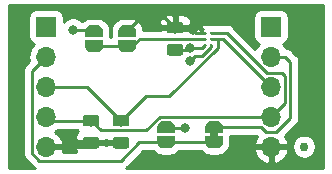
<source format=gbr>
G04 #@! TF.GenerationSoftware,KiCad,Pcbnew,5.0.0*
G04 #@! TF.CreationDate,2018-11-11T14:48:16-05:00*
G04 #@! TF.ProjectId,Pi-Temp_Humidity,50692D54656D705F48756D6964697479,rev?*
G04 #@! TF.SameCoordinates,Original*
G04 #@! TF.FileFunction,Copper,L1,Top,Signal*
G04 #@! TF.FilePolarity,Positive*
%FSLAX46Y46*%
G04 Gerber Fmt 4.6, Leading zero omitted, Abs format (unit mm)*
G04 Created by KiCad (PCBNEW 5.0.0) date Sun Nov 11 14:48:16 2018*
%MOMM*%
%LPD*%
G01*
G04 APERTURE LIST*
G04 #@! TA.AperFunction,BGAPad,CuDef*
%ADD10C,0.750000*%
G04 #@! TD*
G04 #@! TA.AperFunction,SMDPad,CuDef*
%ADD11C,0.500000*%
G04 #@! TD*
G04 #@! TA.AperFunction,Conductor*
%ADD12C,0.100000*%
G04 #@! TD*
G04 #@! TA.AperFunction,BGAPad,CuDef*
%ADD13C,0.265000*%
G04 #@! TD*
G04 #@! TA.AperFunction,ComponentPad*
%ADD14R,1.700000X1.700000*%
G04 #@! TD*
G04 #@! TA.AperFunction,ComponentPad*
%ADD15O,1.700000X1.700000*%
G04 #@! TD*
G04 #@! TA.AperFunction,SMDPad,CuDef*
%ADD16C,0.975000*%
G04 #@! TD*
G04 #@! TA.AperFunction,ViaPad*
%ADD17C,0.800000*%
G04 #@! TD*
G04 #@! TA.AperFunction,Conductor*
%ADD18C,0.250000*%
G04 #@! TD*
G04 #@! TA.AperFunction,Conductor*
%ADD19C,0.254000*%
G04 #@! TD*
G04 APERTURE END LIST*
D10*
G04 #@! TO.P,REF\002A\002A,~*
G04 #@! TO.N,N/C*
X204724000Y-91440000D03*
G04 #@! TD*
D11*
G04 #@! TO.P,JP2,1*
G04 #@! TO.N,GPIO*
X197104000Y-91074000D03*
D12*
G04 #@! TD*
G04 #@! TO.N,GPIO*
G04 #@! TO.C,JP2*
G36*
X196804000Y-90574000D02*
X196804000Y-90174000D01*
X197404000Y-90174000D01*
X197404000Y-90574000D01*
X197854000Y-90574000D01*
X197854000Y-91074000D01*
X197853398Y-91074000D01*
X197853398Y-91098534D01*
X197848588Y-91147365D01*
X197839016Y-91195490D01*
X197824772Y-91242445D01*
X197805995Y-91287778D01*
X197782864Y-91331051D01*
X197755604Y-91371850D01*
X197724476Y-91409779D01*
X197689779Y-91444476D01*
X197651850Y-91475604D01*
X197611051Y-91502864D01*
X197567778Y-91525995D01*
X197522445Y-91544772D01*
X197475490Y-91559016D01*
X197427365Y-91568588D01*
X197378534Y-91573398D01*
X197354000Y-91573398D01*
X197354000Y-91574000D01*
X196854000Y-91574000D01*
X196854000Y-91573398D01*
X196829466Y-91573398D01*
X196780635Y-91568588D01*
X196732510Y-91559016D01*
X196685555Y-91544772D01*
X196640222Y-91525995D01*
X196596949Y-91502864D01*
X196556150Y-91475604D01*
X196518221Y-91444476D01*
X196483524Y-91409779D01*
X196452396Y-91371850D01*
X196425136Y-91331051D01*
X196402005Y-91287778D01*
X196383228Y-91242445D01*
X196368984Y-91195490D01*
X196359412Y-91147365D01*
X196354602Y-91098534D01*
X196354602Y-91074000D01*
X196354000Y-91074000D01*
X196354000Y-90574000D01*
X196804000Y-90574000D01*
X196804000Y-90574000D01*
G37*
D11*
G04 #@! TO.P,JP2,2*
G04 #@! TO.N,GPIO_PASSTHRU*
X197104000Y-89774000D03*
D12*
G04 #@! TD*
G04 #@! TO.N,GPIO_PASSTHRU*
G04 #@! TO.C,JP2*
G36*
X196354602Y-89774000D02*
X196354602Y-89749466D01*
X196359412Y-89700635D01*
X196368984Y-89652510D01*
X196383228Y-89605555D01*
X196402005Y-89560222D01*
X196425136Y-89516949D01*
X196452396Y-89476150D01*
X196483524Y-89438221D01*
X196518221Y-89403524D01*
X196556150Y-89372396D01*
X196596949Y-89345136D01*
X196640222Y-89322005D01*
X196685555Y-89303228D01*
X196732510Y-89288984D01*
X196780635Y-89279412D01*
X196829466Y-89274602D01*
X196854000Y-89274602D01*
X196854000Y-89274000D01*
X197354000Y-89274000D01*
X197354000Y-89274602D01*
X197378534Y-89274602D01*
X197427365Y-89279412D01*
X197475490Y-89288984D01*
X197522445Y-89303228D01*
X197567778Y-89322005D01*
X197611051Y-89345136D01*
X197651850Y-89372396D01*
X197689779Y-89403524D01*
X197724476Y-89438221D01*
X197755604Y-89476150D01*
X197782864Y-89516949D01*
X197805995Y-89560222D01*
X197824772Y-89605555D01*
X197839016Y-89652510D01*
X197848588Y-89700635D01*
X197853398Y-89749466D01*
X197853398Y-89774000D01*
X197854000Y-89774000D01*
X197854000Y-90274000D01*
X196354000Y-90274000D01*
X196354000Y-89774000D01*
X196354602Y-89774000D01*
X196354602Y-89774000D01*
G37*
D11*
G04 #@! TO.P,JP4,1*
G04 #@! TO.N,Net-(JP3-Pad2)*
X186944000Y-82946000D03*
D12*
G04 #@! TD*
G04 #@! TO.N,Net-(JP3-Pad2)*
G04 #@! TO.C,JP4*
G36*
X187694000Y-82446000D02*
X187694000Y-82946000D01*
X187693398Y-82946000D01*
X187693398Y-82970534D01*
X187688588Y-83019365D01*
X187679016Y-83067490D01*
X187664772Y-83114445D01*
X187645995Y-83159778D01*
X187622864Y-83203051D01*
X187595604Y-83243850D01*
X187564476Y-83281779D01*
X187529779Y-83316476D01*
X187491850Y-83347604D01*
X187451051Y-83374864D01*
X187407778Y-83397995D01*
X187362445Y-83416772D01*
X187315490Y-83431016D01*
X187267365Y-83440588D01*
X187218534Y-83445398D01*
X187194000Y-83445398D01*
X187194000Y-83446000D01*
X186694000Y-83446000D01*
X186694000Y-83445398D01*
X186669466Y-83445398D01*
X186620635Y-83440588D01*
X186572510Y-83431016D01*
X186525555Y-83416772D01*
X186480222Y-83397995D01*
X186436949Y-83374864D01*
X186396150Y-83347604D01*
X186358221Y-83316476D01*
X186323524Y-83281779D01*
X186292396Y-83243850D01*
X186265136Y-83203051D01*
X186242005Y-83159778D01*
X186223228Y-83114445D01*
X186208984Y-83067490D01*
X186199412Y-83019365D01*
X186194602Y-82970534D01*
X186194602Y-82946000D01*
X186194000Y-82946000D01*
X186194000Y-82446000D01*
X187694000Y-82446000D01*
X187694000Y-82446000D01*
G37*
D11*
G04 #@! TO.P,JP4,2*
G04 #@! TO.N,Earth*
X186944000Y-81646000D03*
D12*
G04 #@! TD*
G04 #@! TO.N,Earth*
G04 #@! TO.C,JP4*
G36*
X186194602Y-81646000D02*
X186194602Y-81621466D01*
X186199412Y-81572635D01*
X186208984Y-81524510D01*
X186223228Y-81477555D01*
X186242005Y-81432222D01*
X186265136Y-81388949D01*
X186292396Y-81348150D01*
X186323524Y-81310221D01*
X186358221Y-81275524D01*
X186396150Y-81244396D01*
X186436949Y-81217136D01*
X186480222Y-81194005D01*
X186525555Y-81175228D01*
X186572510Y-81160984D01*
X186620635Y-81151412D01*
X186669466Y-81146602D01*
X186694000Y-81146602D01*
X186694000Y-81146000D01*
X187194000Y-81146000D01*
X187194000Y-81146602D01*
X187218534Y-81146602D01*
X187267365Y-81151412D01*
X187315490Y-81160984D01*
X187362445Y-81175228D01*
X187407778Y-81194005D01*
X187451051Y-81217136D01*
X187491850Y-81244396D01*
X187529779Y-81275524D01*
X187564476Y-81310221D01*
X187595604Y-81348150D01*
X187622864Y-81388949D01*
X187645995Y-81432222D01*
X187664772Y-81477555D01*
X187679016Y-81524510D01*
X187688588Y-81572635D01*
X187693398Y-81621466D01*
X187693398Y-81646000D01*
X187694000Y-81646000D01*
X187694000Y-82146000D01*
X186194000Y-82146000D01*
X186194000Y-81646000D01*
X186194602Y-81646000D01*
X186194602Y-81646000D01*
G37*
D11*
G04 #@! TO.P,JP3,2*
G04 #@! TO.N,Net-(JP3-Pad2)*
X189738000Y-82946000D03*
D12*
G04 #@! TD*
G04 #@! TO.N,Net-(JP3-Pad2)*
G04 #@! TO.C,JP3*
G36*
X190487398Y-82946000D02*
X190487398Y-82970534D01*
X190482588Y-83019365D01*
X190473016Y-83067490D01*
X190458772Y-83114445D01*
X190439995Y-83159778D01*
X190416864Y-83203051D01*
X190389604Y-83243850D01*
X190358476Y-83281779D01*
X190323779Y-83316476D01*
X190285850Y-83347604D01*
X190245051Y-83374864D01*
X190201778Y-83397995D01*
X190156445Y-83416772D01*
X190109490Y-83431016D01*
X190061365Y-83440588D01*
X190012534Y-83445398D01*
X189988000Y-83445398D01*
X189988000Y-83446000D01*
X189488000Y-83446000D01*
X189488000Y-83445398D01*
X189463466Y-83445398D01*
X189414635Y-83440588D01*
X189366510Y-83431016D01*
X189319555Y-83416772D01*
X189274222Y-83397995D01*
X189230949Y-83374864D01*
X189190150Y-83347604D01*
X189152221Y-83316476D01*
X189117524Y-83281779D01*
X189086396Y-83243850D01*
X189059136Y-83203051D01*
X189036005Y-83159778D01*
X189017228Y-83114445D01*
X189002984Y-83067490D01*
X188993412Y-83019365D01*
X188988602Y-82970534D01*
X188988602Y-82946000D01*
X188988000Y-82946000D01*
X188988000Y-82446000D01*
X190488000Y-82446000D01*
X190488000Y-82946000D01*
X190487398Y-82946000D01*
X190487398Y-82946000D01*
G37*
D11*
G04 #@! TO.P,JP3,1*
G04 #@! TO.N,VDD*
X189738000Y-81646000D03*
D12*
G04 #@! TD*
G04 #@! TO.N,VDD*
G04 #@! TO.C,JP3*
G36*
X188988000Y-82146000D02*
X188988000Y-81646000D01*
X188988602Y-81646000D01*
X188988602Y-81621466D01*
X188993412Y-81572635D01*
X189002984Y-81524510D01*
X189017228Y-81477555D01*
X189036005Y-81432222D01*
X189059136Y-81388949D01*
X189086396Y-81348150D01*
X189117524Y-81310221D01*
X189152221Y-81275524D01*
X189190150Y-81244396D01*
X189230949Y-81217136D01*
X189274222Y-81194005D01*
X189319555Y-81175228D01*
X189366510Y-81160984D01*
X189414635Y-81151412D01*
X189463466Y-81146602D01*
X189488000Y-81146602D01*
X189488000Y-81146000D01*
X189988000Y-81146000D01*
X189988000Y-81146602D01*
X190012534Y-81146602D01*
X190061365Y-81151412D01*
X190109490Y-81160984D01*
X190156445Y-81175228D01*
X190201778Y-81194005D01*
X190245051Y-81217136D01*
X190285850Y-81244396D01*
X190323779Y-81275524D01*
X190358476Y-81310221D01*
X190389604Y-81348150D01*
X190416864Y-81388949D01*
X190439995Y-81432222D01*
X190458772Y-81477555D01*
X190473016Y-81524510D01*
X190482588Y-81572635D01*
X190487398Y-81621466D01*
X190487398Y-81646000D01*
X190488000Y-81646000D01*
X190488000Y-82146000D01*
X188988000Y-82146000D01*
X188988000Y-82146000D01*
G37*
D11*
G04 #@! TO.P,JP1,1*
G04 #@! TO.N,GPIO*
X193040000Y-91074000D03*
D12*
G04 #@! TD*
G04 #@! TO.N,GPIO*
G04 #@! TO.C,JP1*
G36*
X193790000Y-90574000D02*
X193790000Y-91074000D01*
X193789398Y-91074000D01*
X193789398Y-91098534D01*
X193784588Y-91147365D01*
X193775016Y-91195490D01*
X193760772Y-91242445D01*
X193741995Y-91287778D01*
X193718864Y-91331051D01*
X193691604Y-91371850D01*
X193660476Y-91409779D01*
X193625779Y-91444476D01*
X193587850Y-91475604D01*
X193547051Y-91502864D01*
X193503778Y-91525995D01*
X193458445Y-91544772D01*
X193411490Y-91559016D01*
X193363365Y-91568588D01*
X193314534Y-91573398D01*
X193290000Y-91573398D01*
X193290000Y-91574000D01*
X192790000Y-91574000D01*
X192790000Y-91573398D01*
X192765466Y-91573398D01*
X192716635Y-91568588D01*
X192668510Y-91559016D01*
X192621555Y-91544772D01*
X192576222Y-91525995D01*
X192532949Y-91502864D01*
X192492150Y-91475604D01*
X192454221Y-91444476D01*
X192419524Y-91409779D01*
X192388396Y-91371850D01*
X192361136Y-91331051D01*
X192338005Y-91287778D01*
X192319228Y-91242445D01*
X192304984Y-91195490D01*
X192295412Y-91147365D01*
X192290602Y-91098534D01*
X192290602Y-91074000D01*
X192290000Y-91074000D01*
X192290000Y-90574000D01*
X193790000Y-90574000D01*
X193790000Y-90574000D01*
G37*
D11*
G04 #@! TO.P,JP1,2*
G04 #@! TO.N,Net-(JP1-Pad2)*
X193040000Y-89774000D03*
D12*
G04 #@! TD*
G04 #@! TO.N,Net-(JP1-Pad2)*
G04 #@! TO.C,JP1*
G36*
X192290602Y-89774000D02*
X192290602Y-89749466D01*
X192295412Y-89700635D01*
X192304984Y-89652510D01*
X192319228Y-89605555D01*
X192338005Y-89560222D01*
X192361136Y-89516949D01*
X192388396Y-89476150D01*
X192419524Y-89438221D01*
X192454221Y-89403524D01*
X192492150Y-89372396D01*
X192532949Y-89345136D01*
X192576222Y-89322005D01*
X192621555Y-89303228D01*
X192668510Y-89288984D01*
X192716635Y-89279412D01*
X192765466Y-89274602D01*
X192790000Y-89274602D01*
X192790000Y-89274000D01*
X193290000Y-89274000D01*
X193290000Y-89274602D01*
X193314534Y-89274602D01*
X193363365Y-89279412D01*
X193411490Y-89288984D01*
X193458445Y-89303228D01*
X193503778Y-89322005D01*
X193547051Y-89345136D01*
X193587850Y-89372396D01*
X193625779Y-89403524D01*
X193660476Y-89438221D01*
X193691604Y-89476150D01*
X193718864Y-89516949D01*
X193741995Y-89560222D01*
X193760772Y-89605555D01*
X193775016Y-89652510D01*
X193784588Y-89700635D01*
X193789398Y-89749466D01*
X193789398Y-89774000D01*
X193790000Y-89774000D01*
X193790000Y-90274000D01*
X192290000Y-90274000D01*
X192290000Y-89774000D01*
X192290602Y-89774000D01*
X192290602Y-89774000D01*
G37*
D13*
G04 #@! TO.P,U1,C1*
G04 #@! TO.N,Earth*
X196342000Y-82796000D03*
G04 #@! TO.P,U1,C2*
G04 #@! TO.N,Net-(JP1-Pad2)*
X196842000Y-82796000D03*
G04 #@! TO.P,U1,A2*
G04 #@! TO.N,SDA*
X196842000Y-81796000D03*
G04 #@! TO.P,U1,A1*
G04 #@! TO.N,VDD*
X196342000Y-81796000D03*
G04 #@! TO.P,U1,B1*
G04 #@! TO.N,Net-(JP3-Pad2)*
X196342000Y-82296000D03*
G04 #@! TO.P,U1,B2*
G04 #@! TO.N,SCL*
X196842000Y-82296000D03*
G04 #@! TD*
D14*
G04 #@! TO.P,J4,1*
G04 #@! TO.N,Earth*
X201930000Y-81280000D03*
D15*
G04 #@! TO.P,J4,2*
G04 #@! TO.N,GPIO_PASSTHRU*
X201930000Y-83820000D03*
G04 #@! TO.P,J4,3*
G04 #@! TO.N,SCL*
X201930000Y-86360000D03*
G04 #@! TO.P,J4,4*
G04 #@! TO.N,SDA*
X201930000Y-88900000D03*
G04 #@! TO.P,J4,5*
G04 #@! TO.N,VDD*
X201930000Y-91440000D03*
G04 #@! TD*
D14*
G04 #@! TO.P,J1,1*
G04 #@! TO.N,Earth*
X182880000Y-81280000D03*
D15*
G04 #@! TO.P,J1,2*
G04 #@! TO.N,GPIO*
X182880000Y-83820000D03*
G04 #@! TO.P,J1,3*
G04 #@! TO.N,SCL*
X182880000Y-86360000D03*
G04 #@! TO.P,J1,4*
G04 #@! TO.N,SDA*
X182880000Y-88900000D03*
G04 #@! TO.P,J1,5*
G04 #@! TO.N,VDD*
X182880000Y-91440000D03*
G04 #@! TD*
D12*
G04 #@! TO.N,VDD*
G04 #@! TO.C,C1*
G36*
X194282142Y-80872174D02*
X194305803Y-80875684D01*
X194329007Y-80881496D01*
X194351529Y-80889554D01*
X194373153Y-80899782D01*
X194393670Y-80912079D01*
X194412883Y-80926329D01*
X194430607Y-80942393D01*
X194446671Y-80960117D01*
X194460921Y-80979330D01*
X194473218Y-80999847D01*
X194483446Y-81021471D01*
X194491504Y-81043993D01*
X194497316Y-81067197D01*
X194500826Y-81090858D01*
X194502000Y-81114750D01*
X194502000Y-81602250D01*
X194500826Y-81626142D01*
X194497316Y-81649803D01*
X194491504Y-81673007D01*
X194483446Y-81695529D01*
X194473218Y-81717153D01*
X194460921Y-81737670D01*
X194446671Y-81756883D01*
X194430607Y-81774607D01*
X194412883Y-81790671D01*
X194393670Y-81804921D01*
X194373153Y-81817218D01*
X194351529Y-81827446D01*
X194329007Y-81835504D01*
X194305803Y-81841316D01*
X194282142Y-81844826D01*
X194258250Y-81846000D01*
X193345750Y-81846000D01*
X193321858Y-81844826D01*
X193298197Y-81841316D01*
X193274993Y-81835504D01*
X193252471Y-81827446D01*
X193230847Y-81817218D01*
X193210330Y-81804921D01*
X193191117Y-81790671D01*
X193173393Y-81774607D01*
X193157329Y-81756883D01*
X193143079Y-81737670D01*
X193130782Y-81717153D01*
X193120554Y-81695529D01*
X193112496Y-81673007D01*
X193106684Y-81649803D01*
X193103174Y-81626142D01*
X193102000Y-81602250D01*
X193102000Y-81114750D01*
X193103174Y-81090858D01*
X193106684Y-81067197D01*
X193112496Y-81043993D01*
X193120554Y-81021471D01*
X193130782Y-80999847D01*
X193143079Y-80979330D01*
X193157329Y-80960117D01*
X193173393Y-80942393D01*
X193191117Y-80926329D01*
X193210330Y-80912079D01*
X193230847Y-80899782D01*
X193252471Y-80889554D01*
X193274993Y-80881496D01*
X193298197Y-80875684D01*
X193321858Y-80872174D01*
X193345750Y-80871000D01*
X194258250Y-80871000D01*
X194282142Y-80872174D01*
X194282142Y-80872174D01*
G37*
D16*
G04 #@! TD*
G04 #@! TO.P,C1,1*
G04 #@! TO.N,VDD*
X193802000Y-81358500D03*
D12*
G04 #@! TO.N,Earth*
G04 #@! TO.C,C1*
G36*
X194282142Y-82747174D02*
X194305803Y-82750684D01*
X194329007Y-82756496D01*
X194351529Y-82764554D01*
X194373153Y-82774782D01*
X194393670Y-82787079D01*
X194412883Y-82801329D01*
X194430607Y-82817393D01*
X194446671Y-82835117D01*
X194460921Y-82854330D01*
X194473218Y-82874847D01*
X194483446Y-82896471D01*
X194491504Y-82918993D01*
X194497316Y-82942197D01*
X194500826Y-82965858D01*
X194502000Y-82989750D01*
X194502000Y-83477250D01*
X194500826Y-83501142D01*
X194497316Y-83524803D01*
X194491504Y-83548007D01*
X194483446Y-83570529D01*
X194473218Y-83592153D01*
X194460921Y-83612670D01*
X194446671Y-83631883D01*
X194430607Y-83649607D01*
X194412883Y-83665671D01*
X194393670Y-83679921D01*
X194373153Y-83692218D01*
X194351529Y-83702446D01*
X194329007Y-83710504D01*
X194305803Y-83716316D01*
X194282142Y-83719826D01*
X194258250Y-83721000D01*
X193345750Y-83721000D01*
X193321858Y-83719826D01*
X193298197Y-83716316D01*
X193274993Y-83710504D01*
X193252471Y-83702446D01*
X193230847Y-83692218D01*
X193210330Y-83679921D01*
X193191117Y-83665671D01*
X193173393Y-83649607D01*
X193157329Y-83631883D01*
X193143079Y-83612670D01*
X193130782Y-83592153D01*
X193120554Y-83570529D01*
X193112496Y-83548007D01*
X193106684Y-83524803D01*
X193103174Y-83501142D01*
X193102000Y-83477250D01*
X193102000Y-82989750D01*
X193103174Y-82965858D01*
X193106684Y-82942197D01*
X193112496Y-82918993D01*
X193120554Y-82896471D01*
X193130782Y-82874847D01*
X193143079Y-82854330D01*
X193157329Y-82835117D01*
X193173393Y-82817393D01*
X193191117Y-82801329D01*
X193210330Y-82787079D01*
X193230847Y-82774782D01*
X193252471Y-82764554D01*
X193274993Y-82756496D01*
X193298197Y-82750684D01*
X193321858Y-82747174D01*
X193345750Y-82746000D01*
X194258250Y-82746000D01*
X194282142Y-82747174D01*
X194282142Y-82747174D01*
G37*
D16*
G04 #@! TD*
G04 #@! TO.P,C1,2*
G04 #@! TO.N,Earth*
X193802000Y-83233500D03*
D12*
G04 #@! TO.N,SCL*
G04 #@! TO.C,R2*
G36*
X189710142Y-88746174D02*
X189733803Y-88749684D01*
X189757007Y-88755496D01*
X189779529Y-88763554D01*
X189801153Y-88773782D01*
X189821670Y-88786079D01*
X189840883Y-88800329D01*
X189858607Y-88816393D01*
X189874671Y-88834117D01*
X189888921Y-88853330D01*
X189901218Y-88873847D01*
X189911446Y-88895471D01*
X189919504Y-88917993D01*
X189925316Y-88941197D01*
X189928826Y-88964858D01*
X189930000Y-88988750D01*
X189930000Y-89476250D01*
X189928826Y-89500142D01*
X189925316Y-89523803D01*
X189919504Y-89547007D01*
X189911446Y-89569529D01*
X189901218Y-89591153D01*
X189888921Y-89611670D01*
X189874671Y-89630883D01*
X189858607Y-89648607D01*
X189840883Y-89664671D01*
X189821670Y-89678921D01*
X189801153Y-89691218D01*
X189779529Y-89701446D01*
X189757007Y-89709504D01*
X189733803Y-89715316D01*
X189710142Y-89718826D01*
X189686250Y-89720000D01*
X188773750Y-89720000D01*
X188749858Y-89718826D01*
X188726197Y-89715316D01*
X188702993Y-89709504D01*
X188680471Y-89701446D01*
X188658847Y-89691218D01*
X188638330Y-89678921D01*
X188619117Y-89664671D01*
X188601393Y-89648607D01*
X188585329Y-89630883D01*
X188571079Y-89611670D01*
X188558782Y-89591153D01*
X188548554Y-89569529D01*
X188540496Y-89547007D01*
X188534684Y-89523803D01*
X188531174Y-89500142D01*
X188530000Y-89476250D01*
X188530000Y-88988750D01*
X188531174Y-88964858D01*
X188534684Y-88941197D01*
X188540496Y-88917993D01*
X188548554Y-88895471D01*
X188558782Y-88873847D01*
X188571079Y-88853330D01*
X188585329Y-88834117D01*
X188601393Y-88816393D01*
X188619117Y-88800329D01*
X188638330Y-88786079D01*
X188658847Y-88773782D01*
X188680471Y-88763554D01*
X188702993Y-88755496D01*
X188726197Y-88749684D01*
X188749858Y-88746174D01*
X188773750Y-88745000D01*
X189686250Y-88745000D01*
X189710142Y-88746174D01*
X189710142Y-88746174D01*
G37*
D16*
G04 #@! TD*
G04 #@! TO.P,R2,2*
G04 #@! TO.N,SCL*
X189230000Y-89232500D03*
D12*
G04 #@! TO.N,VDD*
G04 #@! TO.C,R2*
G36*
X189710142Y-90621174D02*
X189733803Y-90624684D01*
X189757007Y-90630496D01*
X189779529Y-90638554D01*
X189801153Y-90648782D01*
X189821670Y-90661079D01*
X189840883Y-90675329D01*
X189858607Y-90691393D01*
X189874671Y-90709117D01*
X189888921Y-90728330D01*
X189901218Y-90748847D01*
X189911446Y-90770471D01*
X189919504Y-90792993D01*
X189925316Y-90816197D01*
X189928826Y-90839858D01*
X189930000Y-90863750D01*
X189930000Y-91351250D01*
X189928826Y-91375142D01*
X189925316Y-91398803D01*
X189919504Y-91422007D01*
X189911446Y-91444529D01*
X189901218Y-91466153D01*
X189888921Y-91486670D01*
X189874671Y-91505883D01*
X189858607Y-91523607D01*
X189840883Y-91539671D01*
X189821670Y-91553921D01*
X189801153Y-91566218D01*
X189779529Y-91576446D01*
X189757007Y-91584504D01*
X189733803Y-91590316D01*
X189710142Y-91593826D01*
X189686250Y-91595000D01*
X188773750Y-91595000D01*
X188749858Y-91593826D01*
X188726197Y-91590316D01*
X188702993Y-91584504D01*
X188680471Y-91576446D01*
X188658847Y-91566218D01*
X188638330Y-91553921D01*
X188619117Y-91539671D01*
X188601393Y-91523607D01*
X188585329Y-91505883D01*
X188571079Y-91486670D01*
X188558782Y-91466153D01*
X188548554Y-91444529D01*
X188540496Y-91422007D01*
X188534684Y-91398803D01*
X188531174Y-91375142D01*
X188530000Y-91351250D01*
X188530000Y-90863750D01*
X188531174Y-90839858D01*
X188534684Y-90816197D01*
X188540496Y-90792993D01*
X188548554Y-90770471D01*
X188558782Y-90748847D01*
X188571079Y-90728330D01*
X188585329Y-90709117D01*
X188601393Y-90691393D01*
X188619117Y-90675329D01*
X188638330Y-90661079D01*
X188658847Y-90648782D01*
X188680471Y-90638554D01*
X188702993Y-90630496D01*
X188726197Y-90624684D01*
X188749858Y-90621174D01*
X188773750Y-90620000D01*
X189686250Y-90620000D01*
X189710142Y-90621174D01*
X189710142Y-90621174D01*
G37*
D16*
G04 #@! TD*
G04 #@! TO.P,R2,1*
G04 #@! TO.N,VDD*
X189230000Y-91107500D03*
D12*
G04 #@! TO.N,VDD*
G04 #@! TO.C,R1*
G36*
X187170142Y-90621174D02*
X187193803Y-90624684D01*
X187217007Y-90630496D01*
X187239529Y-90638554D01*
X187261153Y-90648782D01*
X187281670Y-90661079D01*
X187300883Y-90675329D01*
X187318607Y-90691393D01*
X187334671Y-90709117D01*
X187348921Y-90728330D01*
X187361218Y-90748847D01*
X187371446Y-90770471D01*
X187379504Y-90792993D01*
X187385316Y-90816197D01*
X187388826Y-90839858D01*
X187390000Y-90863750D01*
X187390000Y-91351250D01*
X187388826Y-91375142D01*
X187385316Y-91398803D01*
X187379504Y-91422007D01*
X187371446Y-91444529D01*
X187361218Y-91466153D01*
X187348921Y-91486670D01*
X187334671Y-91505883D01*
X187318607Y-91523607D01*
X187300883Y-91539671D01*
X187281670Y-91553921D01*
X187261153Y-91566218D01*
X187239529Y-91576446D01*
X187217007Y-91584504D01*
X187193803Y-91590316D01*
X187170142Y-91593826D01*
X187146250Y-91595000D01*
X186233750Y-91595000D01*
X186209858Y-91593826D01*
X186186197Y-91590316D01*
X186162993Y-91584504D01*
X186140471Y-91576446D01*
X186118847Y-91566218D01*
X186098330Y-91553921D01*
X186079117Y-91539671D01*
X186061393Y-91523607D01*
X186045329Y-91505883D01*
X186031079Y-91486670D01*
X186018782Y-91466153D01*
X186008554Y-91444529D01*
X186000496Y-91422007D01*
X185994684Y-91398803D01*
X185991174Y-91375142D01*
X185990000Y-91351250D01*
X185990000Y-90863750D01*
X185991174Y-90839858D01*
X185994684Y-90816197D01*
X186000496Y-90792993D01*
X186008554Y-90770471D01*
X186018782Y-90748847D01*
X186031079Y-90728330D01*
X186045329Y-90709117D01*
X186061393Y-90691393D01*
X186079117Y-90675329D01*
X186098330Y-90661079D01*
X186118847Y-90648782D01*
X186140471Y-90638554D01*
X186162993Y-90630496D01*
X186186197Y-90624684D01*
X186209858Y-90621174D01*
X186233750Y-90620000D01*
X187146250Y-90620000D01*
X187170142Y-90621174D01*
X187170142Y-90621174D01*
G37*
D16*
G04 #@! TD*
G04 #@! TO.P,R1,1*
G04 #@! TO.N,VDD*
X186690000Y-91107500D03*
D12*
G04 #@! TO.N,SDA*
G04 #@! TO.C,R1*
G36*
X187170142Y-88746174D02*
X187193803Y-88749684D01*
X187217007Y-88755496D01*
X187239529Y-88763554D01*
X187261153Y-88773782D01*
X187281670Y-88786079D01*
X187300883Y-88800329D01*
X187318607Y-88816393D01*
X187334671Y-88834117D01*
X187348921Y-88853330D01*
X187361218Y-88873847D01*
X187371446Y-88895471D01*
X187379504Y-88917993D01*
X187385316Y-88941197D01*
X187388826Y-88964858D01*
X187390000Y-88988750D01*
X187390000Y-89476250D01*
X187388826Y-89500142D01*
X187385316Y-89523803D01*
X187379504Y-89547007D01*
X187371446Y-89569529D01*
X187361218Y-89591153D01*
X187348921Y-89611670D01*
X187334671Y-89630883D01*
X187318607Y-89648607D01*
X187300883Y-89664671D01*
X187281670Y-89678921D01*
X187261153Y-89691218D01*
X187239529Y-89701446D01*
X187217007Y-89709504D01*
X187193803Y-89715316D01*
X187170142Y-89718826D01*
X187146250Y-89720000D01*
X186233750Y-89720000D01*
X186209858Y-89718826D01*
X186186197Y-89715316D01*
X186162993Y-89709504D01*
X186140471Y-89701446D01*
X186118847Y-89691218D01*
X186098330Y-89678921D01*
X186079117Y-89664671D01*
X186061393Y-89648607D01*
X186045329Y-89630883D01*
X186031079Y-89611670D01*
X186018782Y-89591153D01*
X186008554Y-89569529D01*
X186000496Y-89547007D01*
X185994684Y-89523803D01*
X185991174Y-89500142D01*
X185990000Y-89476250D01*
X185990000Y-88988750D01*
X185991174Y-88964858D01*
X185994684Y-88941197D01*
X186000496Y-88917993D01*
X186008554Y-88895471D01*
X186018782Y-88873847D01*
X186031079Y-88853330D01*
X186045329Y-88834117D01*
X186061393Y-88816393D01*
X186079117Y-88800329D01*
X186098330Y-88786079D01*
X186118847Y-88773782D01*
X186140471Y-88763554D01*
X186162993Y-88755496D01*
X186186197Y-88749684D01*
X186209858Y-88746174D01*
X186233750Y-88745000D01*
X187146250Y-88745000D01*
X187170142Y-88746174D01*
X187170142Y-88746174D01*
G37*
D16*
G04 #@! TD*
G04 #@! TO.P,R1,2*
G04 #@! TO.N,SDA*
X186690000Y-89232500D03*
D17*
G04 #@! TO.N,VDD*
X191770000Y-80518000D03*
X195326000Y-81534000D03*
X180340000Y-91440000D03*
X180340000Y-90170000D03*
G04 #@! TO.N,Earth*
X195072000Y-83058000D03*
X185166000Y-81534000D03*
G04 #@! TO.N,Net-(JP1-Pad2)*
X194652900Y-89852500D03*
X195072000Y-84150200D03*
G04 #@! TD*
D18*
G04 #@! TO.N,VDD*
X195588000Y-81796000D02*
X195326000Y-81534000D01*
X196342000Y-81796000D02*
X195588000Y-81796000D01*
X193977500Y-81534000D02*
X193802000Y-81358500D01*
X195326000Y-81534000D02*
X193977500Y-81534000D01*
X189880000Y-81788000D02*
X189738000Y-81646000D01*
X189230000Y-91107500D02*
X186690000Y-91107500D01*
X186357500Y-91440000D02*
X186690000Y-91107500D01*
X182880000Y-91440000D02*
X186357500Y-91440000D01*
X190866000Y-80518000D02*
X189738000Y-81646000D01*
X191770000Y-80518000D02*
X190866000Y-80518000D01*
X192961500Y-80518000D02*
X193802000Y-81358500D01*
X191770000Y-80518000D02*
X192961500Y-80518000D01*
G04 #@! TO.N,SDA*
X201555997Y-85184999D02*
X202850499Y-85184999D01*
X196842000Y-81796000D02*
X198166998Y-81796000D01*
X198166998Y-81796000D02*
X201555997Y-85184999D01*
X202779999Y-88050001D02*
X201930000Y-88900000D01*
X203105001Y-87724999D02*
X202779999Y-88050001D01*
X203105001Y-85439501D02*
X203105001Y-87724999D01*
X202850499Y-85184999D02*
X203105001Y-85439501D01*
X183212500Y-89232500D02*
X182880000Y-88900000D01*
X186690000Y-89232500D02*
X183212500Y-89232500D01*
X200727919Y-88900000D02*
X201930000Y-88900000D01*
X192500662Y-88900000D02*
X200727919Y-88900000D01*
X191355652Y-90045010D02*
X192500662Y-88900000D01*
X187502510Y-90045010D02*
X191355652Y-90045010D01*
X186690000Y-89232500D02*
X187502510Y-90045010D01*
G04 #@! TO.N,SCL*
X201930000Y-86360000D02*
X201561700Y-86360000D01*
X201930000Y-86360000D02*
X197866000Y-82296000D01*
X197866000Y-82296000D02*
X197408800Y-82296000D01*
X197408800Y-82296000D02*
X196842000Y-82296000D01*
X186357500Y-86360000D02*
X182880000Y-86360000D01*
X189230000Y-89232500D02*
X186357500Y-86360000D01*
X191302400Y-87160100D02*
X189230000Y-89232500D01*
X193301693Y-87160100D02*
X191302400Y-87160100D01*
X197408800Y-83052993D02*
X193301693Y-87160100D01*
X197408800Y-82296000D02*
X197408800Y-83052993D01*
G04 #@! TO.N,Earth*
X186832000Y-81534000D02*
X186944000Y-81646000D01*
X185166000Y-81534000D02*
X186832000Y-81534000D01*
X194896500Y-83233500D02*
X195072000Y-83058000D01*
X193802000Y-83233500D02*
X194896500Y-83233500D01*
X196080000Y-83058000D02*
X196342000Y-82796000D01*
X195072000Y-83058000D02*
X196080000Y-83058000D01*
G04 #@! TO.N,Net-(JP1-Pad2)*
X193118500Y-89852500D02*
X193040000Y-89774000D01*
X194652900Y-89852500D02*
X193118500Y-89852500D01*
X196842000Y-82983383D02*
X196842000Y-82796000D01*
X196075182Y-83750201D02*
X196842000Y-82983383D01*
X195471999Y-83750201D02*
X196075182Y-83750201D01*
X195072000Y-84150200D02*
X195471999Y-83750201D01*
G04 #@! TO.N,Net-(JP3-Pad2)*
X190147636Y-82946000D02*
X189738000Y-82946000D01*
X190797636Y-82296000D02*
X190147636Y-82946000D01*
X196342000Y-82296000D02*
X190797636Y-82296000D01*
X186944000Y-82946000D02*
X189738000Y-82946000D01*
G04 #@! TO.N,GPIO*
X196256408Y-91074000D02*
X193040000Y-91074000D01*
X197104000Y-91074000D02*
X196256408Y-91074000D01*
X182030001Y-84669999D02*
X182880000Y-83820000D01*
X181704999Y-84995001D02*
X182030001Y-84669999D01*
X181704999Y-92004001D02*
X181704999Y-84995001D01*
X182315999Y-92615001D02*
X181704999Y-92004001D01*
X190767850Y-91074000D02*
X189226849Y-92615001D01*
X189226849Y-92615001D02*
X182315999Y-92615001D01*
X193040000Y-91074000D02*
X190767850Y-91074000D01*
G04 #@! TO.N,GPIO_PASSTHRU*
X201064998Y-89774000D02*
X201486398Y-90195400D01*
X197104000Y-89774000D02*
X201064998Y-89774000D01*
X203555011Y-89013991D02*
X203555011Y-84242930D01*
X203132081Y-83820000D02*
X201930000Y-83820000D01*
X203555011Y-84242930D02*
X203132081Y-83820000D01*
X202373602Y-90195400D02*
X203555011Y-89013991D01*
X201486398Y-90195400D02*
X202373602Y-90195400D01*
G04 #@! TD*
D19*
G04 #@! TO.N,VDD*
G36*
X206300001Y-93270000D02*
X189613661Y-93270000D01*
X189651125Y-93249975D01*
X189766850Y-93155002D01*
X189790653Y-93125998D01*
X191082652Y-91834000D01*
X191945431Y-91834000D01*
X191952310Y-91842382D01*
X192021618Y-91911690D01*
X192118309Y-91991042D01*
X192199808Y-92045498D01*
X192310125Y-92104464D01*
X192400681Y-92141973D01*
X192520377Y-92178282D01*
X192616510Y-92197404D01*
X192740991Y-92209664D01*
X192765550Y-92209664D01*
X192790000Y-92212072D01*
X193290000Y-92212072D01*
X193314450Y-92209664D01*
X193339009Y-92209664D01*
X193463490Y-92197404D01*
X193559623Y-92178282D01*
X193679319Y-92141973D01*
X193769875Y-92104464D01*
X193880192Y-92045498D01*
X193961691Y-91991042D01*
X194058382Y-91911690D01*
X194127690Y-91842382D01*
X194134569Y-91834000D01*
X196009431Y-91834000D01*
X196016310Y-91842382D01*
X196085618Y-91911690D01*
X196182309Y-91991042D01*
X196263808Y-92045498D01*
X196374125Y-92104464D01*
X196464681Y-92141973D01*
X196584377Y-92178282D01*
X196680510Y-92197404D01*
X196804991Y-92209664D01*
X196829550Y-92209664D01*
X196854000Y-92212072D01*
X197354000Y-92212072D01*
X197378450Y-92209664D01*
X197403009Y-92209664D01*
X197527490Y-92197404D01*
X197623623Y-92178282D01*
X197743319Y-92141973D01*
X197833875Y-92104464D01*
X197944192Y-92045498D01*
X198025691Y-91991042D01*
X198122382Y-91911690D01*
X198191690Y-91842382D01*
X198229024Y-91796890D01*
X200488524Y-91796890D01*
X200533175Y-91944099D01*
X200658359Y-92206920D01*
X200832412Y-92440269D01*
X201048645Y-92635178D01*
X201298748Y-92784157D01*
X201573109Y-92881481D01*
X201803000Y-92760814D01*
X201803000Y-91567000D01*
X202057000Y-91567000D01*
X202057000Y-92760814D01*
X202286891Y-92881481D01*
X202561252Y-92784157D01*
X202811355Y-92635178D01*
X203027588Y-92440269D01*
X203201641Y-92206920D01*
X203326825Y-91944099D01*
X203371476Y-91796890D01*
X203250155Y-91567000D01*
X202057000Y-91567000D01*
X201803000Y-91567000D01*
X200609845Y-91567000D01*
X200488524Y-91796890D01*
X198229024Y-91796890D01*
X198271042Y-91745691D01*
X198325498Y-91664192D01*
X198384464Y-91553875D01*
X198421973Y-91463319D01*
X198458282Y-91343623D01*
X198458898Y-91340524D01*
X203714000Y-91340524D01*
X203714000Y-91539476D01*
X203752814Y-91734606D01*
X203828950Y-91918414D01*
X203939482Y-92083837D01*
X204080163Y-92224518D01*
X204245586Y-92335050D01*
X204429394Y-92411186D01*
X204624524Y-92450000D01*
X204823476Y-92450000D01*
X205018606Y-92411186D01*
X205202414Y-92335050D01*
X205367837Y-92224518D01*
X205508518Y-92083837D01*
X205619050Y-91918414D01*
X205695186Y-91734606D01*
X205734000Y-91539476D01*
X205734000Y-91340524D01*
X205695186Y-91145394D01*
X205619050Y-90961586D01*
X205508518Y-90796163D01*
X205367837Y-90655482D01*
X205202414Y-90544950D01*
X205018606Y-90468814D01*
X204823476Y-90430000D01*
X204624524Y-90430000D01*
X204429394Y-90468814D01*
X204245586Y-90544950D01*
X204080163Y-90655482D01*
X203939482Y-90796163D01*
X203828950Y-90961586D01*
X203752814Y-91145394D01*
X203714000Y-91340524D01*
X198458898Y-91340524D01*
X198477404Y-91247490D01*
X198489664Y-91123009D01*
X198489664Y-91098450D01*
X198492072Y-91074000D01*
X198492072Y-90574000D01*
X198488132Y-90534000D01*
X200750197Y-90534000D01*
X200757013Y-90540816D01*
X200658359Y-90673080D01*
X200533175Y-90935901D01*
X200488524Y-91083110D01*
X200609845Y-91313000D01*
X201803000Y-91313000D01*
X201803000Y-91293000D01*
X202057000Y-91293000D01*
X202057000Y-91313000D01*
X203250155Y-91313000D01*
X203371476Y-91083110D01*
X203326825Y-90935901D01*
X203201641Y-90673080D01*
X203102987Y-90540816D01*
X204066015Y-89577789D01*
X204095012Y-89553992D01*
X204189985Y-89438267D01*
X204260557Y-89306238D01*
X204304014Y-89162977D01*
X204315011Y-89051324D01*
X204315011Y-89051316D01*
X204318687Y-89013991D01*
X204315011Y-88976666D01*
X204315011Y-84280252D01*
X204318687Y-84242929D01*
X204315011Y-84205606D01*
X204315011Y-84205597D01*
X204304014Y-84093944D01*
X204260557Y-83950683D01*
X204189985Y-83818654D01*
X204095012Y-83702929D01*
X204066008Y-83679126D01*
X203695885Y-83309003D01*
X203672082Y-83279999D01*
X203556357Y-83185026D01*
X203424328Y-83114454D01*
X203281067Y-83070997D01*
X203209716Y-83063969D01*
X203170706Y-82990986D01*
X202985134Y-82764866D01*
X202955313Y-82740393D01*
X203024180Y-82719502D01*
X203134494Y-82660537D01*
X203231185Y-82581185D01*
X203310537Y-82484494D01*
X203369502Y-82374180D01*
X203405812Y-82254482D01*
X203418072Y-82130000D01*
X203418072Y-80430000D01*
X203405812Y-80305518D01*
X203369502Y-80185820D01*
X203310537Y-80075506D01*
X203231185Y-79978815D01*
X203134494Y-79899463D01*
X203024180Y-79840498D01*
X202904482Y-79804188D01*
X202780000Y-79791928D01*
X201080000Y-79791928D01*
X200955518Y-79804188D01*
X200835820Y-79840498D01*
X200725506Y-79899463D01*
X200628815Y-79978815D01*
X200549463Y-80075506D01*
X200490498Y-80185820D01*
X200454188Y-80305518D01*
X200441928Y-80430000D01*
X200441928Y-82130000D01*
X200454188Y-82254482D01*
X200490498Y-82374180D01*
X200549463Y-82484494D01*
X200628815Y-82581185D01*
X200725506Y-82660537D01*
X200835820Y-82719502D01*
X200904687Y-82740393D01*
X200874866Y-82764866D01*
X200689294Y-82990986D01*
X200601339Y-83155539D01*
X198730802Y-81285003D01*
X198706999Y-81255999D01*
X198591274Y-81161026D01*
X198459245Y-81090454D01*
X198315984Y-81046997D01*
X198204331Y-81036000D01*
X198204320Y-81036000D01*
X198166998Y-81032324D01*
X198129676Y-81036000D01*
X196955298Y-81036000D01*
X196917592Y-81028500D01*
X196766408Y-81028500D01*
X196618128Y-81057994D01*
X196593874Y-81068040D01*
X196456951Y-81033402D01*
X196305967Y-81025629D01*
X196156367Y-81047462D01*
X196013901Y-81098060D01*
X195943965Y-81135441D01*
X195958310Y-81318618D01*
X196135576Y-81495884D01*
X196118959Y-81536000D01*
X195988308Y-81536000D01*
X195864618Y-81412310D01*
X195681441Y-81397965D01*
X195616480Y-81534482D01*
X195616096Y-81536000D01*
X195028750Y-81536000D01*
X194978250Y-81485500D01*
X193929000Y-81485500D01*
X193929000Y-81505500D01*
X193675000Y-81505500D01*
X193675000Y-81485500D01*
X192625750Y-81485500D01*
X192575250Y-81536000D01*
X191117657Y-81536000D01*
X191111404Y-81472510D01*
X191092282Y-81376377D01*
X191055973Y-81256681D01*
X191018464Y-81166125D01*
X190959498Y-81055808D01*
X190905042Y-80974309D01*
X190825690Y-80877618D01*
X190756530Y-80808458D01*
X192467000Y-80808458D01*
X192467000Y-81072750D01*
X192625750Y-81231500D01*
X193675000Y-81231500D01*
X193675000Y-80394750D01*
X193929000Y-80394750D01*
X193929000Y-81231500D01*
X194978250Y-81231500D01*
X195137000Y-81072750D01*
X195137000Y-80808458D01*
X195112597Y-80685777D01*
X195064730Y-80570215D01*
X194995237Y-80466211D01*
X194906789Y-80377763D01*
X194802785Y-80308270D01*
X194687223Y-80260403D01*
X194564542Y-80236000D01*
X194087750Y-80236000D01*
X193929000Y-80394750D01*
X193675000Y-80394750D01*
X193516250Y-80236000D01*
X193039458Y-80236000D01*
X192916777Y-80260403D01*
X192801215Y-80308270D01*
X192697211Y-80377763D01*
X192608763Y-80466211D01*
X192539270Y-80570215D01*
X192491403Y-80685777D01*
X192467000Y-80808458D01*
X190756530Y-80808458D01*
X190756382Y-80808310D01*
X190659691Y-80728958D01*
X190578192Y-80674502D01*
X190467875Y-80615536D01*
X190377319Y-80578027D01*
X190257623Y-80541718D01*
X190161490Y-80522596D01*
X190037009Y-80510336D01*
X190012450Y-80510336D01*
X189988000Y-80507928D01*
X189488000Y-80507928D01*
X189463550Y-80510336D01*
X189438991Y-80510336D01*
X189314510Y-80522596D01*
X189218377Y-80541718D01*
X189098681Y-80578027D01*
X189008125Y-80615536D01*
X188897808Y-80674502D01*
X188816309Y-80728958D01*
X188719618Y-80808310D01*
X188650310Y-80877618D01*
X188570958Y-80974309D01*
X188516502Y-81055808D01*
X188457536Y-81166125D01*
X188420027Y-81256681D01*
X188383718Y-81376377D01*
X188364596Y-81472510D01*
X188352336Y-81596991D01*
X188352336Y-81621550D01*
X188349928Y-81646000D01*
X188349928Y-82146000D01*
X188353868Y-82186000D01*
X188328132Y-82186000D01*
X188332072Y-82146000D01*
X188332072Y-81646000D01*
X188329664Y-81621550D01*
X188329664Y-81596991D01*
X188317404Y-81472510D01*
X188298282Y-81376377D01*
X188261973Y-81256681D01*
X188224464Y-81166125D01*
X188165498Y-81055808D01*
X188111042Y-80974309D01*
X188031690Y-80877618D01*
X187962382Y-80808310D01*
X187865691Y-80728958D01*
X187784192Y-80674502D01*
X187673875Y-80615536D01*
X187583319Y-80578027D01*
X187463623Y-80541718D01*
X187367490Y-80522596D01*
X187243009Y-80510336D01*
X187218450Y-80510336D01*
X187194000Y-80507928D01*
X186694000Y-80507928D01*
X186669550Y-80510336D01*
X186644991Y-80510336D01*
X186520510Y-80522596D01*
X186424377Y-80541718D01*
X186304681Y-80578027D01*
X186214125Y-80615536D01*
X186103808Y-80674502D01*
X186022309Y-80728958D01*
X185967425Y-80774000D01*
X185869711Y-80774000D01*
X185825774Y-80730063D01*
X185656256Y-80616795D01*
X185467898Y-80538774D01*
X185267939Y-80499000D01*
X185064061Y-80499000D01*
X184864102Y-80538774D01*
X184675744Y-80616795D01*
X184506226Y-80730063D01*
X184368072Y-80868217D01*
X184368072Y-80430000D01*
X184355812Y-80305518D01*
X184319502Y-80185820D01*
X184260537Y-80075506D01*
X184181185Y-79978815D01*
X184084494Y-79899463D01*
X183974180Y-79840498D01*
X183854482Y-79804188D01*
X183730000Y-79791928D01*
X182030000Y-79791928D01*
X181905518Y-79804188D01*
X181785820Y-79840498D01*
X181675506Y-79899463D01*
X181578815Y-79978815D01*
X181499463Y-80075506D01*
X181440498Y-80185820D01*
X181404188Y-80305518D01*
X181391928Y-80430000D01*
X181391928Y-82130000D01*
X181404188Y-82254482D01*
X181440498Y-82374180D01*
X181499463Y-82484494D01*
X181578815Y-82581185D01*
X181675506Y-82660537D01*
X181785820Y-82719502D01*
X181854687Y-82740393D01*
X181824866Y-82764866D01*
X181639294Y-82990986D01*
X181501401Y-83248966D01*
X181416487Y-83528889D01*
X181387815Y-83820000D01*
X181416487Y-84111111D01*
X181439203Y-84185996D01*
X181193997Y-84431202D01*
X181164999Y-84455000D01*
X181141201Y-84483998D01*
X181141200Y-84483999D01*
X181070025Y-84570725D01*
X180999453Y-84702755D01*
X180969179Y-84802559D01*
X180955997Y-84846015D01*
X180950729Y-84899500D01*
X180941323Y-84995001D01*
X180945000Y-85032333D01*
X180944999Y-91966678D01*
X180941323Y-92004001D01*
X180944999Y-92041323D01*
X180944999Y-92041333D01*
X180955996Y-92152986D01*
X180977695Y-92224518D01*
X180999453Y-92296247D01*
X181070025Y-92428277D01*
X181079867Y-92440269D01*
X181164998Y-92544002D01*
X181194001Y-92567804D01*
X181752204Y-93126009D01*
X181775998Y-93155002D01*
X181804991Y-93178796D01*
X181804995Y-93178800D01*
X181875684Y-93236812D01*
X181891723Y-93249975D01*
X181929187Y-93270000D01*
X179780000Y-93270000D01*
X179780000Y-79450000D01*
X206300000Y-79450000D01*
X206300001Y-93270000D01*
X206300001Y-93270000D01*
G37*
X206300001Y-93270000D02*
X189613661Y-93270000D01*
X189651125Y-93249975D01*
X189766850Y-93155002D01*
X189790653Y-93125998D01*
X191082652Y-91834000D01*
X191945431Y-91834000D01*
X191952310Y-91842382D01*
X192021618Y-91911690D01*
X192118309Y-91991042D01*
X192199808Y-92045498D01*
X192310125Y-92104464D01*
X192400681Y-92141973D01*
X192520377Y-92178282D01*
X192616510Y-92197404D01*
X192740991Y-92209664D01*
X192765550Y-92209664D01*
X192790000Y-92212072D01*
X193290000Y-92212072D01*
X193314450Y-92209664D01*
X193339009Y-92209664D01*
X193463490Y-92197404D01*
X193559623Y-92178282D01*
X193679319Y-92141973D01*
X193769875Y-92104464D01*
X193880192Y-92045498D01*
X193961691Y-91991042D01*
X194058382Y-91911690D01*
X194127690Y-91842382D01*
X194134569Y-91834000D01*
X196009431Y-91834000D01*
X196016310Y-91842382D01*
X196085618Y-91911690D01*
X196182309Y-91991042D01*
X196263808Y-92045498D01*
X196374125Y-92104464D01*
X196464681Y-92141973D01*
X196584377Y-92178282D01*
X196680510Y-92197404D01*
X196804991Y-92209664D01*
X196829550Y-92209664D01*
X196854000Y-92212072D01*
X197354000Y-92212072D01*
X197378450Y-92209664D01*
X197403009Y-92209664D01*
X197527490Y-92197404D01*
X197623623Y-92178282D01*
X197743319Y-92141973D01*
X197833875Y-92104464D01*
X197944192Y-92045498D01*
X198025691Y-91991042D01*
X198122382Y-91911690D01*
X198191690Y-91842382D01*
X198229024Y-91796890D01*
X200488524Y-91796890D01*
X200533175Y-91944099D01*
X200658359Y-92206920D01*
X200832412Y-92440269D01*
X201048645Y-92635178D01*
X201298748Y-92784157D01*
X201573109Y-92881481D01*
X201803000Y-92760814D01*
X201803000Y-91567000D01*
X202057000Y-91567000D01*
X202057000Y-92760814D01*
X202286891Y-92881481D01*
X202561252Y-92784157D01*
X202811355Y-92635178D01*
X203027588Y-92440269D01*
X203201641Y-92206920D01*
X203326825Y-91944099D01*
X203371476Y-91796890D01*
X203250155Y-91567000D01*
X202057000Y-91567000D01*
X201803000Y-91567000D01*
X200609845Y-91567000D01*
X200488524Y-91796890D01*
X198229024Y-91796890D01*
X198271042Y-91745691D01*
X198325498Y-91664192D01*
X198384464Y-91553875D01*
X198421973Y-91463319D01*
X198458282Y-91343623D01*
X198458898Y-91340524D01*
X203714000Y-91340524D01*
X203714000Y-91539476D01*
X203752814Y-91734606D01*
X203828950Y-91918414D01*
X203939482Y-92083837D01*
X204080163Y-92224518D01*
X204245586Y-92335050D01*
X204429394Y-92411186D01*
X204624524Y-92450000D01*
X204823476Y-92450000D01*
X205018606Y-92411186D01*
X205202414Y-92335050D01*
X205367837Y-92224518D01*
X205508518Y-92083837D01*
X205619050Y-91918414D01*
X205695186Y-91734606D01*
X205734000Y-91539476D01*
X205734000Y-91340524D01*
X205695186Y-91145394D01*
X205619050Y-90961586D01*
X205508518Y-90796163D01*
X205367837Y-90655482D01*
X205202414Y-90544950D01*
X205018606Y-90468814D01*
X204823476Y-90430000D01*
X204624524Y-90430000D01*
X204429394Y-90468814D01*
X204245586Y-90544950D01*
X204080163Y-90655482D01*
X203939482Y-90796163D01*
X203828950Y-90961586D01*
X203752814Y-91145394D01*
X203714000Y-91340524D01*
X198458898Y-91340524D01*
X198477404Y-91247490D01*
X198489664Y-91123009D01*
X198489664Y-91098450D01*
X198492072Y-91074000D01*
X198492072Y-90574000D01*
X198488132Y-90534000D01*
X200750197Y-90534000D01*
X200757013Y-90540816D01*
X200658359Y-90673080D01*
X200533175Y-90935901D01*
X200488524Y-91083110D01*
X200609845Y-91313000D01*
X201803000Y-91313000D01*
X201803000Y-91293000D01*
X202057000Y-91293000D01*
X202057000Y-91313000D01*
X203250155Y-91313000D01*
X203371476Y-91083110D01*
X203326825Y-90935901D01*
X203201641Y-90673080D01*
X203102987Y-90540816D01*
X204066015Y-89577789D01*
X204095012Y-89553992D01*
X204189985Y-89438267D01*
X204260557Y-89306238D01*
X204304014Y-89162977D01*
X204315011Y-89051324D01*
X204315011Y-89051316D01*
X204318687Y-89013991D01*
X204315011Y-88976666D01*
X204315011Y-84280252D01*
X204318687Y-84242929D01*
X204315011Y-84205606D01*
X204315011Y-84205597D01*
X204304014Y-84093944D01*
X204260557Y-83950683D01*
X204189985Y-83818654D01*
X204095012Y-83702929D01*
X204066008Y-83679126D01*
X203695885Y-83309003D01*
X203672082Y-83279999D01*
X203556357Y-83185026D01*
X203424328Y-83114454D01*
X203281067Y-83070997D01*
X203209716Y-83063969D01*
X203170706Y-82990986D01*
X202985134Y-82764866D01*
X202955313Y-82740393D01*
X203024180Y-82719502D01*
X203134494Y-82660537D01*
X203231185Y-82581185D01*
X203310537Y-82484494D01*
X203369502Y-82374180D01*
X203405812Y-82254482D01*
X203418072Y-82130000D01*
X203418072Y-80430000D01*
X203405812Y-80305518D01*
X203369502Y-80185820D01*
X203310537Y-80075506D01*
X203231185Y-79978815D01*
X203134494Y-79899463D01*
X203024180Y-79840498D01*
X202904482Y-79804188D01*
X202780000Y-79791928D01*
X201080000Y-79791928D01*
X200955518Y-79804188D01*
X200835820Y-79840498D01*
X200725506Y-79899463D01*
X200628815Y-79978815D01*
X200549463Y-80075506D01*
X200490498Y-80185820D01*
X200454188Y-80305518D01*
X200441928Y-80430000D01*
X200441928Y-82130000D01*
X200454188Y-82254482D01*
X200490498Y-82374180D01*
X200549463Y-82484494D01*
X200628815Y-82581185D01*
X200725506Y-82660537D01*
X200835820Y-82719502D01*
X200904687Y-82740393D01*
X200874866Y-82764866D01*
X200689294Y-82990986D01*
X200601339Y-83155539D01*
X198730802Y-81285003D01*
X198706999Y-81255999D01*
X198591274Y-81161026D01*
X198459245Y-81090454D01*
X198315984Y-81046997D01*
X198204331Y-81036000D01*
X198204320Y-81036000D01*
X198166998Y-81032324D01*
X198129676Y-81036000D01*
X196955298Y-81036000D01*
X196917592Y-81028500D01*
X196766408Y-81028500D01*
X196618128Y-81057994D01*
X196593874Y-81068040D01*
X196456951Y-81033402D01*
X196305967Y-81025629D01*
X196156367Y-81047462D01*
X196013901Y-81098060D01*
X195943965Y-81135441D01*
X195958310Y-81318618D01*
X196135576Y-81495884D01*
X196118959Y-81536000D01*
X195988308Y-81536000D01*
X195864618Y-81412310D01*
X195681441Y-81397965D01*
X195616480Y-81534482D01*
X195616096Y-81536000D01*
X195028750Y-81536000D01*
X194978250Y-81485500D01*
X193929000Y-81485500D01*
X193929000Y-81505500D01*
X193675000Y-81505500D01*
X193675000Y-81485500D01*
X192625750Y-81485500D01*
X192575250Y-81536000D01*
X191117657Y-81536000D01*
X191111404Y-81472510D01*
X191092282Y-81376377D01*
X191055973Y-81256681D01*
X191018464Y-81166125D01*
X190959498Y-81055808D01*
X190905042Y-80974309D01*
X190825690Y-80877618D01*
X190756530Y-80808458D01*
X192467000Y-80808458D01*
X192467000Y-81072750D01*
X192625750Y-81231500D01*
X193675000Y-81231500D01*
X193675000Y-80394750D01*
X193929000Y-80394750D01*
X193929000Y-81231500D01*
X194978250Y-81231500D01*
X195137000Y-81072750D01*
X195137000Y-80808458D01*
X195112597Y-80685777D01*
X195064730Y-80570215D01*
X194995237Y-80466211D01*
X194906789Y-80377763D01*
X194802785Y-80308270D01*
X194687223Y-80260403D01*
X194564542Y-80236000D01*
X194087750Y-80236000D01*
X193929000Y-80394750D01*
X193675000Y-80394750D01*
X193516250Y-80236000D01*
X193039458Y-80236000D01*
X192916777Y-80260403D01*
X192801215Y-80308270D01*
X192697211Y-80377763D01*
X192608763Y-80466211D01*
X192539270Y-80570215D01*
X192491403Y-80685777D01*
X192467000Y-80808458D01*
X190756530Y-80808458D01*
X190756382Y-80808310D01*
X190659691Y-80728958D01*
X190578192Y-80674502D01*
X190467875Y-80615536D01*
X190377319Y-80578027D01*
X190257623Y-80541718D01*
X190161490Y-80522596D01*
X190037009Y-80510336D01*
X190012450Y-80510336D01*
X189988000Y-80507928D01*
X189488000Y-80507928D01*
X189463550Y-80510336D01*
X189438991Y-80510336D01*
X189314510Y-80522596D01*
X189218377Y-80541718D01*
X189098681Y-80578027D01*
X189008125Y-80615536D01*
X188897808Y-80674502D01*
X188816309Y-80728958D01*
X188719618Y-80808310D01*
X188650310Y-80877618D01*
X188570958Y-80974309D01*
X188516502Y-81055808D01*
X188457536Y-81166125D01*
X188420027Y-81256681D01*
X188383718Y-81376377D01*
X188364596Y-81472510D01*
X188352336Y-81596991D01*
X188352336Y-81621550D01*
X188349928Y-81646000D01*
X188349928Y-82146000D01*
X188353868Y-82186000D01*
X188328132Y-82186000D01*
X188332072Y-82146000D01*
X188332072Y-81646000D01*
X188329664Y-81621550D01*
X188329664Y-81596991D01*
X188317404Y-81472510D01*
X188298282Y-81376377D01*
X188261973Y-81256681D01*
X188224464Y-81166125D01*
X188165498Y-81055808D01*
X188111042Y-80974309D01*
X188031690Y-80877618D01*
X187962382Y-80808310D01*
X187865691Y-80728958D01*
X187784192Y-80674502D01*
X187673875Y-80615536D01*
X187583319Y-80578027D01*
X187463623Y-80541718D01*
X187367490Y-80522596D01*
X187243009Y-80510336D01*
X187218450Y-80510336D01*
X187194000Y-80507928D01*
X186694000Y-80507928D01*
X186669550Y-80510336D01*
X186644991Y-80510336D01*
X186520510Y-80522596D01*
X186424377Y-80541718D01*
X186304681Y-80578027D01*
X186214125Y-80615536D01*
X186103808Y-80674502D01*
X186022309Y-80728958D01*
X185967425Y-80774000D01*
X185869711Y-80774000D01*
X185825774Y-80730063D01*
X185656256Y-80616795D01*
X185467898Y-80538774D01*
X185267939Y-80499000D01*
X185064061Y-80499000D01*
X184864102Y-80538774D01*
X184675744Y-80616795D01*
X184506226Y-80730063D01*
X184368072Y-80868217D01*
X184368072Y-80430000D01*
X184355812Y-80305518D01*
X184319502Y-80185820D01*
X184260537Y-80075506D01*
X184181185Y-79978815D01*
X184084494Y-79899463D01*
X183974180Y-79840498D01*
X183854482Y-79804188D01*
X183730000Y-79791928D01*
X182030000Y-79791928D01*
X181905518Y-79804188D01*
X181785820Y-79840498D01*
X181675506Y-79899463D01*
X181578815Y-79978815D01*
X181499463Y-80075506D01*
X181440498Y-80185820D01*
X181404188Y-80305518D01*
X181391928Y-80430000D01*
X181391928Y-82130000D01*
X181404188Y-82254482D01*
X181440498Y-82374180D01*
X181499463Y-82484494D01*
X181578815Y-82581185D01*
X181675506Y-82660537D01*
X181785820Y-82719502D01*
X181854687Y-82740393D01*
X181824866Y-82764866D01*
X181639294Y-82990986D01*
X181501401Y-83248966D01*
X181416487Y-83528889D01*
X181387815Y-83820000D01*
X181416487Y-84111111D01*
X181439203Y-84185996D01*
X181193997Y-84431202D01*
X181164999Y-84455000D01*
X181141201Y-84483998D01*
X181141200Y-84483999D01*
X181070025Y-84570725D01*
X180999453Y-84702755D01*
X180969179Y-84802559D01*
X180955997Y-84846015D01*
X180950729Y-84899500D01*
X180941323Y-84995001D01*
X180945000Y-85032333D01*
X180944999Y-91966678D01*
X180941323Y-92004001D01*
X180944999Y-92041323D01*
X180944999Y-92041333D01*
X180955996Y-92152986D01*
X180977695Y-92224518D01*
X180999453Y-92296247D01*
X181070025Y-92428277D01*
X181079867Y-92440269D01*
X181164998Y-92544002D01*
X181194001Y-92567804D01*
X181752204Y-93126009D01*
X181775998Y-93155002D01*
X181804991Y-93178796D01*
X181804995Y-93178800D01*
X181875684Y-93236812D01*
X181891723Y-93249975D01*
X181929187Y-93270000D01*
X179780000Y-93270000D01*
X179780000Y-79450000D01*
X206300000Y-79450000D01*
X206300001Y-93270000D01*
G36*
X185610208Y-90099792D02*
X185617105Y-90105452D01*
X185585211Y-90126763D01*
X185496763Y-90215211D01*
X185427270Y-90319215D01*
X185379403Y-90434777D01*
X185355000Y-90557458D01*
X185355000Y-90821750D01*
X185513750Y-90980500D01*
X186563000Y-90980500D01*
X186563000Y-90960500D01*
X186817000Y-90960500D01*
X186817000Y-90980500D01*
X187866250Y-90980500D01*
X187960000Y-90886750D01*
X188053750Y-90980500D01*
X189103000Y-90980500D01*
X189103000Y-90960500D01*
X189357000Y-90960500D01*
X189357000Y-90980500D01*
X189377000Y-90980500D01*
X189377000Y-91234500D01*
X189357000Y-91234500D01*
X189357000Y-91254500D01*
X189103000Y-91254500D01*
X189103000Y-91234500D01*
X188053750Y-91234500D01*
X187960000Y-91328250D01*
X187866250Y-91234500D01*
X186817000Y-91234500D01*
X186817000Y-91254500D01*
X186563000Y-91254500D01*
X186563000Y-91234500D01*
X185513750Y-91234500D01*
X185355000Y-91393250D01*
X185355000Y-91657542D01*
X185379403Y-91780223D01*
X185410377Y-91855001D01*
X184303850Y-91855001D01*
X184321476Y-91796890D01*
X184200155Y-91567000D01*
X183007000Y-91567000D01*
X183007000Y-91587000D01*
X182753000Y-91587000D01*
X182753000Y-91567000D01*
X182733000Y-91567000D01*
X182733000Y-91313000D01*
X182753000Y-91313000D01*
X182753000Y-91293000D01*
X183007000Y-91293000D01*
X183007000Y-91313000D01*
X184200155Y-91313000D01*
X184321476Y-91083110D01*
X184276825Y-90935901D01*
X184151641Y-90673080D01*
X183977588Y-90439731D01*
X183761355Y-90244822D01*
X183644477Y-90175201D01*
X183709014Y-90140706D01*
X183889603Y-89992500D01*
X185522155Y-89992500D01*
X185610208Y-90099792D01*
X185610208Y-90099792D01*
G37*
X185610208Y-90099792D02*
X185617105Y-90105452D01*
X185585211Y-90126763D01*
X185496763Y-90215211D01*
X185427270Y-90319215D01*
X185379403Y-90434777D01*
X185355000Y-90557458D01*
X185355000Y-90821750D01*
X185513750Y-90980500D01*
X186563000Y-90980500D01*
X186563000Y-90960500D01*
X186817000Y-90960500D01*
X186817000Y-90980500D01*
X187866250Y-90980500D01*
X187960000Y-90886750D01*
X188053750Y-90980500D01*
X189103000Y-90980500D01*
X189103000Y-90960500D01*
X189357000Y-90960500D01*
X189357000Y-90980500D01*
X189377000Y-90980500D01*
X189377000Y-91234500D01*
X189357000Y-91234500D01*
X189357000Y-91254500D01*
X189103000Y-91254500D01*
X189103000Y-91234500D01*
X188053750Y-91234500D01*
X187960000Y-91328250D01*
X187866250Y-91234500D01*
X186817000Y-91234500D01*
X186817000Y-91254500D01*
X186563000Y-91254500D01*
X186563000Y-91234500D01*
X185513750Y-91234500D01*
X185355000Y-91393250D01*
X185355000Y-91657542D01*
X185379403Y-91780223D01*
X185410377Y-91855001D01*
X184303850Y-91855001D01*
X184321476Y-91796890D01*
X184200155Y-91567000D01*
X183007000Y-91567000D01*
X183007000Y-91587000D01*
X182753000Y-91587000D01*
X182753000Y-91567000D01*
X182733000Y-91567000D01*
X182733000Y-91313000D01*
X182753000Y-91313000D01*
X182753000Y-91293000D01*
X183007000Y-91293000D01*
X183007000Y-91313000D01*
X184200155Y-91313000D01*
X184321476Y-91083110D01*
X184276825Y-90935901D01*
X184151641Y-90673080D01*
X183977588Y-90439731D01*
X183761355Y-90244822D01*
X183644477Y-90175201D01*
X183709014Y-90140706D01*
X183889603Y-89992500D01*
X185522155Y-89992500D01*
X185610208Y-90099792D01*
G04 #@! TD*
M02*

</source>
